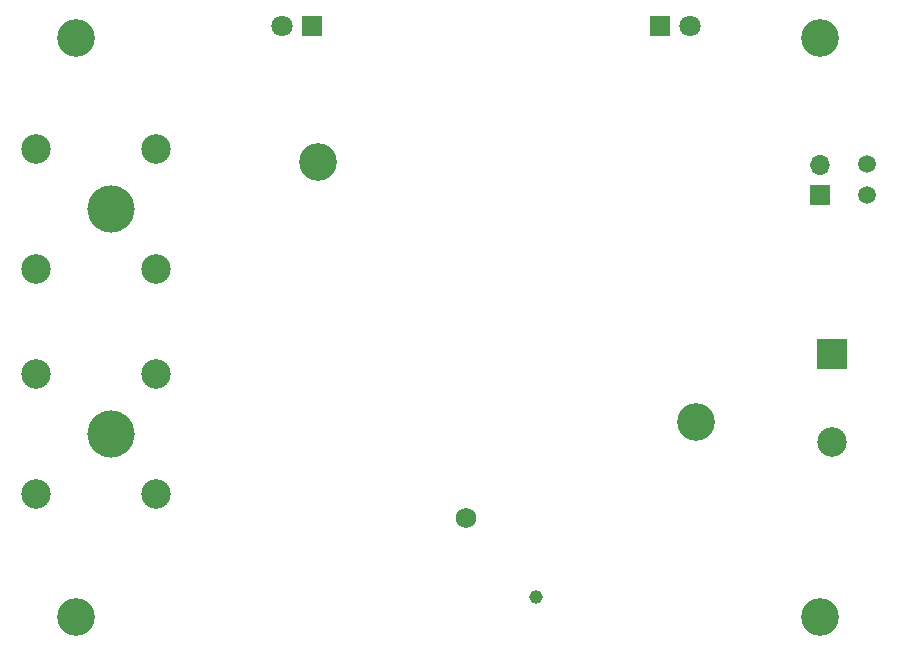
<source format=gbr>
%TF.GenerationSoftware,KiCad,Pcbnew,8.0.4*%
%TF.CreationDate,2025-01-19T15:52:31+01:00*%
%TF.ProjectId,PortableVoltageStandard,506f7274-6162-46c6-9556-6f6c74616765,1.0*%
%TF.SameCoordinates,Original*%
%TF.FileFunction,Soldermask,Bot*%
%TF.FilePolarity,Negative*%
%FSLAX46Y46*%
G04 Gerber Fmt 4.6, Leading zero omitted, Abs format (unit mm)*
G04 Created by KiCad (PCBNEW 8.0.4) date 2025-01-19 15:52:31*
%MOMM*%
%LPD*%
G01*
G04 APERTURE LIST*
%ADD10C,3.200000*%
%ADD11R,2.500000X2.500000*%
%ADD12C,2.500000*%
%ADD13C,4.000000*%
%ADD14C,1.500000*%
%ADD15R,1.800000X1.800000*%
%ADD16C,1.800000*%
%ADD17R,1.700000X1.700000*%
%ADD18O,1.700000X1.700000*%
%ADD19C,1.750000*%
%ADD20C,1.150000*%
G04 APERTURE END LIST*
D10*
%TO.C,H5*%
X172500000Y-97000000D03*
%TD*%
D11*
%TO.C,J4*%
X184000000Y-91250000D03*
D12*
X184000000Y-98750000D03*
%TD*%
D10*
%TO.C,H3*%
X183000000Y-64500000D03*
%TD*%
D12*
%TO.C,J1*%
X116640000Y-73920000D03*
X116640000Y-84080000D03*
D13*
X123000000Y-79000000D03*
D12*
X126800000Y-73920000D03*
X126800000Y-84080000D03*
%TD*%
D14*
%TO.C,H3*%
X187000000Y-75200000D03*
%TD*%
D15*
%TO.C,D2*%
X140000000Y-63500000D03*
D16*
X137460000Y-63500000D03*
%TD*%
D12*
%TO.C,J3*%
X116640000Y-92970000D03*
X116640000Y-103130000D03*
D13*
X123000000Y-98050000D03*
D12*
X126800000Y-92970000D03*
X126800000Y-103130000D03*
%TD*%
D10*
%TO.C,H2*%
X120000000Y-113500000D03*
%TD*%
D15*
%TO.C,D3*%
X169450000Y-63500000D03*
D16*
X171990000Y-63500000D03*
%TD*%
D10*
%TO.C,H4*%
X183000000Y-113500000D03*
%TD*%
D17*
%TO.C,BT1*%
X183000000Y-77775000D03*
D18*
X183000000Y-75235000D03*
%TD*%
D14*
%TO.C,H3*%
X187000000Y-77800000D03*
%TD*%
D10*
%TO.C,H6*%
X140500000Y-75000000D03*
%TD*%
%TO.C,H1*%
X120000000Y-64500000D03*
%TD*%
D19*
%TO.C,SW1*%
X153000000Y-105150000D03*
D20*
X159000000Y-111850000D03*
%TD*%
M02*

</source>
